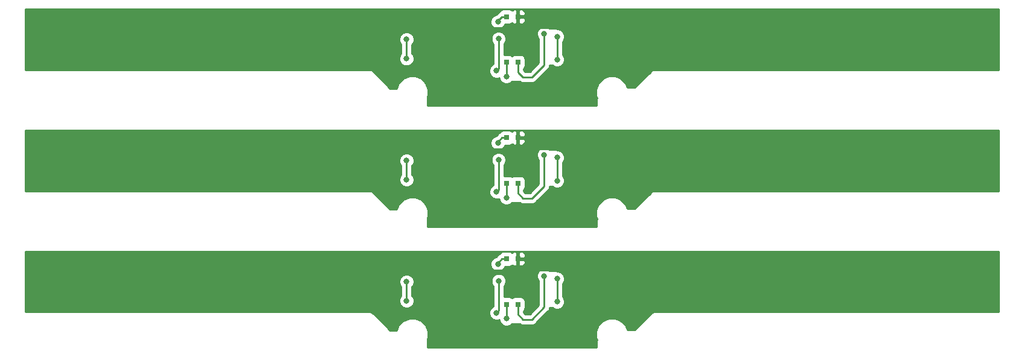
<source format=gtl>
G04 #@! TF.GenerationSoftware,KiCad,Pcbnew,(5.0.0)*
G04 #@! TF.CreationDate,2020-02-01T14:37:15+09:00*
G04 #@! TF.ProjectId,m file,6D2066696C652E6B696361645F706362,rev?*
G04 #@! TF.SameCoordinates,Original*
G04 #@! TF.FileFunction,Copper,L1,Top,Signal*
G04 #@! TF.FilePolarity,Positive*
%FSLAX46Y46*%
G04 Gerber Fmt 4.6, Leading zero omitted, Abs format (unit mm)*
G04 Created by KiCad (PCBNEW (5.0.0)) date 02/01/20 14:37:15*
%MOMM*%
%LPD*%
G01*
G04 APERTURE LIST*
G04 #@! TA.AperFunction,SMDPad,CuDef*
%ADD10R,0.800000X0.800000*%
G04 #@! TD*
G04 #@! TA.AperFunction,ViaPad*
%ADD11C,0.800000*%
G04 #@! TD*
G04 #@! TA.AperFunction,Conductor*
%ADD12C,0.250000*%
G04 #@! TD*
G04 #@! TA.AperFunction,NonConductor*
%ADD13C,0.254000*%
G04 #@! TD*
G04 APERTURE END LIST*
D10*
G04 #@! TO.P,D2,2*
G04 #@! TO.N,N/C*
X151800000Y-122200000D03*
G04 #@! TO.P,D2,1*
X150200000Y-122200000D03*
G04 #@! TD*
G04 #@! TO.P,D1,1*
G04 #@! TO.N,N/C*
X151800000Y-115800000D03*
G04 #@! TO.P,D1,2*
X150200000Y-115800000D03*
G04 #@! TD*
G04 #@! TO.P,D2,2*
G04 #@! TO.N,N/C*
X151800000Y-105200000D03*
G04 #@! TO.P,D2,1*
X150200000Y-105200000D03*
G04 #@! TD*
G04 #@! TO.P,D1,1*
G04 #@! TO.N,N/C*
X151800000Y-98800000D03*
G04 #@! TO.P,D1,2*
X150200000Y-98800000D03*
G04 #@! TD*
G04 #@! TO.P,D2,2*
G04 #@! TO.N,N/C*
X151800000Y-88200000D03*
G04 #@! TO.P,D2,1*
X150200000Y-88200000D03*
G04 #@! TD*
G04 #@! TO.P,D1,1*
G04 #@! TO.N,N/C*
X151800000Y-81800000D03*
G04 #@! TO.P,D1,2*
X150200000Y-81800000D03*
G04 #@! TD*
D11*
G04 #@! TO.N,*
X149100000Y-84900000D03*
X148800000Y-89400008D03*
X124200000Y-83500000D03*
X111800000Y-84700000D03*
X158900000Y-84600000D03*
X189900000Y-84600000D03*
X177800000Y-83400000D03*
X216100000Y-84900000D03*
X152899998Y-84900000D03*
X207100000Y-83400000D03*
X211800000Y-83400000D03*
X166600000Y-85200000D03*
X134600000Y-83400000D03*
X162800000Y-83400000D03*
X85900000Y-85000000D03*
X189900000Y-88500000D03*
X146000000Y-83400000D03*
X160900000Y-90900000D03*
X154300000Y-88100000D03*
X139200000Y-83400000D03*
X90200000Y-83500000D03*
X142100000Y-91000000D03*
X151800000Y-83200000D03*
X111800000Y-88600000D03*
X149000000Y-82525010D03*
X136200000Y-85000000D03*
X136200000Y-87700000D03*
X157300000Y-84600000D03*
X157300000Y-87825010D03*
X150200000Y-90200000D03*
X155500000Y-84200000D03*
X149100000Y-101900000D03*
X148800000Y-106400008D03*
X124200000Y-100500000D03*
X111800000Y-101700000D03*
X158900000Y-101600000D03*
X189900000Y-101600000D03*
X177800000Y-100400000D03*
X216100000Y-101900000D03*
X152899998Y-101900000D03*
X207100000Y-100400000D03*
X211800000Y-100400000D03*
X166600000Y-102200000D03*
X134600000Y-100400000D03*
X162800000Y-100400000D03*
X85900000Y-102000000D03*
X189900000Y-105500000D03*
X146000000Y-100400000D03*
X160900000Y-107900000D03*
X154300000Y-105100000D03*
X139200000Y-100400000D03*
X90200000Y-100500000D03*
X142100000Y-108000000D03*
X151800000Y-100200000D03*
X111800000Y-105600000D03*
X149000000Y-99525010D03*
X136200000Y-102000000D03*
X136200000Y-104700000D03*
X157300000Y-101600000D03*
X157300000Y-104825010D03*
X150200000Y-107200000D03*
X155500000Y-101200000D03*
X149100000Y-118900000D03*
X148800000Y-123400008D03*
X124200000Y-117500000D03*
X111800000Y-118700000D03*
X158900000Y-118600000D03*
X189900000Y-118600000D03*
X177800000Y-117400000D03*
X216100000Y-118900000D03*
X152899998Y-118900000D03*
X207100000Y-117400000D03*
X211800000Y-117400000D03*
X166600000Y-119200000D03*
X134600000Y-117400000D03*
X162800000Y-117400000D03*
X85900000Y-119000000D03*
X189900000Y-122500000D03*
X146000000Y-117400000D03*
X160900000Y-124900000D03*
X154300000Y-122100000D03*
X139200000Y-117400000D03*
X90200000Y-117500000D03*
X142100000Y-125000000D03*
X151800000Y-117200000D03*
X111800000Y-122600000D03*
X149000000Y-116525010D03*
X136200000Y-119000000D03*
X136200000Y-121700000D03*
X157300000Y-118600000D03*
X157300000Y-121825010D03*
X150200000Y-124200000D03*
X155500000Y-118200000D03*
G04 #@! TD*
D12*
G04 #@! TO.N,*
X149100000Y-84900000D02*
X149100000Y-89100008D01*
X149100000Y-89100008D02*
X148800000Y-89400008D01*
X162800000Y-83400000D02*
X177800000Y-83400000D01*
X153900001Y-87700001D02*
X154300000Y-88100000D01*
X152899998Y-86699998D02*
X153900001Y-87700001D01*
X146000000Y-83400000D02*
X139200000Y-83400000D01*
X151800000Y-83400000D02*
X146000000Y-83400000D01*
X152899998Y-84900000D02*
X152899998Y-86699998D01*
X177800000Y-83400000D02*
X207100000Y-83400000D01*
X154399998Y-83400000D02*
X162800000Y-83400000D01*
X139200000Y-83400000D02*
X134600000Y-83400000D01*
X152899998Y-84900000D02*
X152899998Y-83400000D01*
X151800000Y-82450000D02*
X151800000Y-83200000D01*
X151800000Y-81800000D02*
X151800000Y-82450000D01*
X152899998Y-83400000D02*
X154399998Y-83400000D01*
X154399998Y-83400000D02*
X151800000Y-83400000D01*
X151800000Y-83200000D02*
X151800000Y-83400000D01*
X134600000Y-83400000D02*
X124300000Y-83400000D01*
X124300000Y-83400000D02*
X124200000Y-83500000D01*
X207100000Y-83400000D02*
X211800000Y-83400000D01*
X124200000Y-83500000D02*
X90200000Y-83500000D01*
X149550000Y-81800000D02*
X149000000Y-82350000D01*
X150200000Y-81800000D02*
X149550000Y-81800000D01*
X149000000Y-82350000D02*
X149000000Y-82525010D01*
X157300000Y-84600000D02*
X157300000Y-87825010D01*
X136200000Y-87700000D02*
X136200000Y-85000000D01*
X150200000Y-88200000D02*
X150200000Y-90200000D01*
X153800000Y-90300000D02*
X155500000Y-88600000D01*
X151800000Y-88200000D02*
X151800000Y-89600000D01*
X153600000Y-90300000D02*
X153800000Y-90300000D01*
X155500000Y-88600000D02*
X155500000Y-84200000D01*
X151800000Y-89600000D02*
X152500000Y-90300000D01*
X152500000Y-90300000D02*
X153600000Y-90300000D01*
X149100000Y-101900000D02*
X149100000Y-106100008D01*
X149100000Y-106100008D02*
X148800000Y-106400008D01*
X162800000Y-100400000D02*
X177800000Y-100400000D01*
X153900001Y-104700001D02*
X154300000Y-105100000D01*
X152899998Y-103699998D02*
X153900001Y-104700001D01*
X146000000Y-100400000D02*
X139200000Y-100400000D01*
X151800000Y-100400000D02*
X146000000Y-100400000D01*
X152899998Y-101900000D02*
X152899998Y-103699998D01*
X177800000Y-100400000D02*
X207100000Y-100400000D01*
X154399998Y-100400000D02*
X162800000Y-100400000D01*
X139200000Y-100400000D02*
X134600000Y-100400000D01*
X152899998Y-101900000D02*
X152899998Y-100400000D01*
X151800000Y-99450000D02*
X151800000Y-100200000D01*
X151800000Y-98800000D02*
X151800000Y-99450000D01*
X152899998Y-100400000D02*
X154399998Y-100400000D01*
X154399998Y-100400000D02*
X151800000Y-100400000D01*
X151800000Y-100200000D02*
X151800000Y-100400000D01*
X134600000Y-100400000D02*
X124300000Y-100400000D01*
X124300000Y-100400000D02*
X124200000Y-100500000D01*
X207100000Y-100400000D02*
X211800000Y-100400000D01*
X124200000Y-100500000D02*
X90200000Y-100500000D01*
X149550000Y-98800000D02*
X149000000Y-99350000D01*
X150200000Y-98800000D02*
X149550000Y-98800000D01*
X149000000Y-99350000D02*
X149000000Y-99525010D01*
X157300000Y-101600000D02*
X157300000Y-104825010D01*
X136200000Y-104700000D02*
X136200000Y-102000000D01*
X150200000Y-105200000D02*
X150200000Y-107200000D01*
X153800000Y-107300000D02*
X155500000Y-105600000D01*
X151800000Y-105200000D02*
X151800000Y-106600000D01*
X153600000Y-107300000D02*
X153800000Y-107300000D01*
X155500000Y-105600000D02*
X155500000Y-101200000D01*
X151800000Y-106600000D02*
X152500000Y-107300000D01*
X152500000Y-107300000D02*
X153600000Y-107300000D01*
X149100000Y-118900000D02*
X149100000Y-123100008D01*
X149100000Y-123100008D02*
X148800000Y-123400008D01*
X162800000Y-117400000D02*
X177800000Y-117400000D01*
X153900001Y-121700001D02*
X154300000Y-122100000D01*
X152899998Y-120699998D02*
X153900001Y-121700001D01*
X146000000Y-117400000D02*
X139200000Y-117400000D01*
X151800000Y-117400000D02*
X146000000Y-117400000D01*
X152899998Y-118900000D02*
X152899998Y-120699998D01*
X177800000Y-117400000D02*
X207100000Y-117400000D01*
X154399998Y-117400000D02*
X162800000Y-117400000D01*
X139200000Y-117400000D02*
X134600000Y-117400000D01*
X152899998Y-118900000D02*
X152899998Y-117400000D01*
X151800000Y-116450000D02*
X151800000Y-117200000D01*
X151800000Y-115800000D02*
X151800000Y-116450000D01*
X152899998Y-117400000D02*
X154399998Y-117400000D01*
X154399998Y-117400000D02*
X151800000Y-117400000D01*
X151800000Y-117200000D02*
X151800000Y-117400000D01*
X134600000Y-117400000D02*
X124300000Y-117400000D01*
X124300000Y-117400000D02*
X124200000Y-117500000D01*
X207100000Y-117400000D02*
X211800000Y-117400000D01*
X124200000Y-117500000D02*
X90200000Y-117500000D01*
X149550000Y-115800000D02*
X149000000Y-116350000D01*
X150200000Y-115800000D02*
X149550000Y-115800000D01*
X149000000Y-116350000D02*
X149000000Y-116525010D01*
X157300000Y-118600000D02*
X157300000Y-121825010D01*
X136200000Y-121700000D02*
X136200000Y-119000000D01*
X150200000Y-122200000D02*
X150200000Y-124200000D01*
X153800000Y-124300000D02*
X155500000Y-122600000D01*
X151800000Y-122200000D02*
X151800000Y-123600000D01*
X153600000Y-124300000D02*
X153800000Y-124300000D01*
X155500000Y-122600000D02*
X155500000Y-118200000D01*
X151800000Y-123600000D02*
X152500000Y-124300000D01*
X152500000Y-124300000D02*
X153600000Y-124300000D01*
G04 #@! TD*
D13*
G36*
X219265001Y-89265000D02*
X171072388Y-89265000D01*
X171000000Y-89250601D01*
X170927612Y-89265000D01*
X170713217Y-89307646D01*
X170470095Y-89470095D01*
X170429091Y-89531463D01*
X168185538Y-91775016D01*
X168175405Y-91773000D01*
X167159435Y-91773000D01*
X166894741Y-91133974D01*
X166266026Y-90505259D01*
X165444569Y-90165000D01*
X164555431Y-90165000D01*
X163733974Y-90505259D01*
X163105259Y-91133974D01*
X162765000Y-91955431D01*
X162765000Y-92844569D01*
X162778491Y-92877139D01*
X162778578Y-92888204D01*
X162898042Y-93228388D01*
X162882667Y-93251399D01*
X162873000Y-93300000D01*
X162873000Y-94265000D01*
X139127000Y-94265000D01*
X139127000Y-93324595D01*
X139117333Y-93275994D01*
X139112784Y-93269186D01*
X139133422Y-93230938D01*
X139172695Y-92994985D01*
X139235000Y-92844569D01*
X139235000Y-92620663D01*
X139255000Y-92500504D01*
X139254722Y-92465084D01*
X139235000Y-92357097D01*
X139235000Y-91955431D01*
X138894741Y-91133974D01*
X138266026Y-90505259D01*
X137444569Y-90165000D01*
X136555431Y-90165000D01*
X135733974Y-90505259D01*
X135105259Y-91133974D01*
X134799144Y-91873000D01*
X133912447Y-91873000D01*
X131570911Y-89531465D01*
X131529905Y-89470095D01*
X131286783Y-89307646D01*
X131072388Y-89265000D01*
X131072384Y-89265000D01*
X131000000Y-89250602D01*
X130927616Y-89265000D01*
X82735000Y-89265000D01*
X82735000Y-89194134D01*
X147765000Y-89194134D01*
X147765000Y-89605882D01*
X147922569Y-89986288D01*
X148213720Y-90277439D01*
X148594126Y-90435008D01*
X149005874Y-90435008D01*
X149165000Y-90369096D01*
X149165000Y-90405874D01*
X149322569Y-90786280D01*
X149613720Y-91077431D01*
X149994126Y-91235000D01*
X150405874Y-91235000D01*
X150786280Y-91077431D01*
X150948389Y-90915322D01*
X150951399Y-90917333D01*
X151000000Y-90927000D01*
X152070408Y-90927000D01*
X152140902Y-90974102D01*
X152203463Y-91015904D01*
X152425148Y-91060000D01*
X152425152Y-91060000D01*
X152499999Y-91074888D01*
X152574846Y-91060000D01*
X153725153Y-91060000D01*
X153800000Y-91074888D01*
X153874847Y-91060000D01*
X153874852Y-91060000D01*
X154096537Y-91015904D01*
X154347929Y-90847929D01*
X154390331Y-90784470D01*
X155984473Y-89190329D01*
X156047929Y-89147929D01*
X156215904Y-88896537D01*
X156260000Y-88674852D01*
X156260000Y-88674848D01*
X156269518Y-88627000D01*
X156638279Y-88627000D01*
X156713720Y-88702441D01*
X157094126Y-88860010D01*
X157505874Y-88860010D01*
X157886280Y-88702441D01*
X158177431Y-88411290D01*
X158335000Y-88030884D01*
X158335000Y-87619136D01*
X158177431Y-87238730D01*
X158060000Y-87121299D01*
X158060000Y-85303711D01*
X158177431Y-85186280D01*
X158335000Y-84805874D01*
X158335000Y-84394126D01*
X158177431Y-84013720D01*
X157886280Y-83722569D01*
X157505874Y-83565000D01*
X157320038Y-83565000D01*
X157317333Y-83551399D01*
X157289803Y-83510197D01*
X157248601Y-83482667D01*
X157200000Y-83473000D01*
X156236711Y-83473000D01*
X156086280Y-83322569D01*
X155705874Y-83165000D01*
X155294126Y-83165000D01*
X154913720Y-83322569D01*
X154622569Y-83613720D01*
X154465000Y-83994126D01*
X154465000Y-84405874D01*
X154622569Y-84786280D01*
X154740001Y-84903712D01*
X154740000Y-88285198D01*
X153485199Y-89540000D01*
X152814802Y-89540000D01*
X152560000Y-89285198D01*
X152560000Y-89123163D01*
X152657809Y-89057809D01*
X152798157Y-88847765D01*
X152847440Y-88600000D01*
X152847440Y-87800000D01*
X152798157Y-87552235D01*
X152657809Y-87342191D01*
X152447765Y-87201843D01*
X152200000Y-87152560D01*
X151400000Y-87152560D01*
X151152235Y-87201843D01*
X151000000Y-87303564D01*
X150847765Y-87201843D01*
X150600000Y-87152560D01*
X149860000Y-87152560D01*
X149860000Y-85603711D01*
X149977431Y-85486280D01*
X150135000Y-85105874D01*
X150135000Y-84694126D01*
X149977431Y-84313720D01*
X149686280Y-84022569D01*
X149305874Y-83865000D01*
X148894126Y-83865000D01*
X148513720Y-84022569D01*
X148222569Y-84313720D01*
X148065000Y-84694126D01*
X148065000Y-85105874D01*
X148222569Y-85486280D01*
X148340000Y-85603711D01*
X148340001Y-88470270D01*
X148213720Y-88522577D01*
X147922569Y-88813728D01*
X147765000Y-89194134D01*
X82735000Y-89194134D01*
X82735000Y-84794126D01*
X135165000Y-84794126D01*
X135165000Y-85205874D01*
X135322569Y-85586280D01*
X135440001Y-85703712D01*
X135440000Y-86996289D01*
X135322569Y-87113720D01*
X135165000Y-87494126D01*
X135165000Y-87905874D01*
X135322569Y-88286280D01*
X135613720Y-88577431D01*
X135994126Y-88735000D01*
X136405874Y-88735000D01*
X136786280Y-88577431D01*
X137077431Y-88286280D01*
X137235000Y-87905874D01*
X137235000Y-87494126D01*
X137077431Y-87113720D01*
X136960000Y-86996289D01*
X136960000Y-85703711D01*
X137077431Y-85586280D01*
X137235000Y-85205874D01*
X137235000Y-84794126D01*
X137077431Y-84413720D01*
X136786280Y-84122569D01*
X136405874Y-83965000D01*
X135994126Y-83965000D01*
X135613720Y-84122569D01*
X135322569Y-84413720D01*
X135165000Y-84794126D01*
X82735000Y-84794126D01*
X82735000Y-82319136D01*
X147965000Y-82319136D01*
X147965000Y-82730884D01*
X148122569Y-83111290D01*
X148413720Y-83402441D01*
X148794126Y-83560010D01*
X149205874Y-83560010D01*
X149586280Y-83402441D01*
X149877431Y-83111290D01*
X149986721Y-82847440D01*
X150600000Y-82847440D01*
X150847765Y-82798157D01*
X150999047Y-82697073D01*
X151040302Y-82738327D01*
X151273691Y-82835000D01*
X151514250Y-82835000D01*
X151673000Y-82676250D01*
X151673000Y-81927000D01*
X151927000Y-81927000D01*
X151927000Y-82676250D01*
X152085750Y-82835000D01*
X152326309Y-82835000D01*
X152559698Y-82738327D01*
X152738327Y-82559699D01*
X152835000Y-82326310D01*
X152835000Y-82085750D01*
X152676250Y-81927000D01*
X151927000Y-81927000D01*
X151673000Y-81927000D01*
X151653000Y-81927000D01*
X151653000Y-81673000D01*
X151673000Y-81673000D01*
X151673000Y-80923750D01*
X151927000Y-80923750D01*
X151927000Y-81673000D01*
X152676250Y-81673000D01*
X152835000Y-81514250D01*
X152835000Y-81273690D01*
X152738327Y-81040301D01*
X152559698Y-80861673D01*
X152326309Y-80765000D01*
X152085750Y-80765000D01*
X151927000Y-80923750D01*
X151673000Y-80923750D01*
X151514250Y-80765000D01*
X151273691Y-80765000D01*
X151040302Y-80861673D01*
X150999047Y-80902927D01*
X150847765Y-80801843D01*
X150600000Y-80752560D01*
X149800000Y-80752560D01*
X149552235Y-80801843D01*
X149342191Y-80942191D01*
X149242459Y-81091449D01*
X149065526Y-81209671D01*
X149065524Y-81209673D01*
X149002071Y-81252071D01*
X148959672Y-81315525D01*
X148778868Y-81496330D01*
X148413720Y-81647579D01*
X148122569Y-81938730D01*
X147965000Y-82319136D01*
X82735000Y-82319136D01*
X82735000Y-80735000D01*
X219265000Y-80735000D01*
X219265001Y-89265000D01*
X219265001Y-89265000D01*
G37*
X219265001Y-89265000D02*
X171072388Y-89265000D01*
X171000000Y-89250601D01*
X170927612Y-89265000D01*
X170713217Y-89307646D01*
X170470095Y-89470095D01*
X170429091Y-89531463D01*
X168185538Y-91775016D01*
X168175405Y-91773000D01*
X167159435Y-91773000D01*
X166894741Y-91133974D01*
X166266026Y-90505259D01*
X165444569Y-90165000D01*
X164555431Y-90165000D01*
X163733974Y-90505259D01*
X163105259Y-91133974D01*
X162765000Y-91955431D01*
X162765000Y-92844569D01*
X162778491Y-92877139D01*
X162778578Y-92888204D01*
X162898042Y-93228388D01*
X162882667Y-93251399D01*
X162873000Y-93300000D01*
X162873000Y-94265000D01*
X139127000Y-94265000D01*
X139127000Y-93324595D01*
X139117333Y-93275994D01*
X139112784Y-93269186D01*
X139133422Y-93230938D01*
X139172695Y-92994985D01*
X139235000Y-92844569D01*
X139235000Y-92620663D01*
X139255000Y-92500504D01*
X139254722Y-92465084D01*
X139235000Y-92357097D01*
X139235000Y-91955431D01*
X138894741Y-91133974D01*
X138266026Y-90505259D01*
X137444569Y-90165000D01*
X136555431Y-90165000D01*
X135733974Y-90505259D01*
X135105259Y-91133974D01*
X134799144Y-91873000D01*
X133912447Y-91873000D01*
X131570911Y-89531465D01*
X131529905Y-89470095D01*
X131286783Y-89307646D01*
X131072388Y-89265000D01*
X131072384Y-89265000D01*
X131000000Y-89250602D01*
X130927616Y-89265000D01*
X82735000Y-89265000D01*
X82735000Y-89194134D01*
X147765000Y-89194134D01*
X147765000Y-89605882D01*
X147922569Y-89986288D01*
X148213720Y-90277439D01*
X148594126Y-90435008D01*
X149005874Y-90435008D01*
X149165000Y-90369096D01*
X149165000Y-90405874D01*
X149322569Y-90786280D01*
X149613720Y-91077431D01*
X149994126Y-91235000D01*
X150405874Y-91235000D01*
X150786280Y-91077431D01*
X150948389Y-90915322D01*
X150951399Y-90917333D01*
X151000000Y-90927000D01*
X152070408Y-90927000D01*
X152140902Y-90974102D01*
X152203463Y-91015904D01*
X152425148Y-91060000D01*
X152425152Y-91060000D01*
X152499999Y-91074888D01*
X152574846Y-91060000D01*
X153725153Y-91060000D01*
X153800000Y-91074888D01*
X153874847Y-91060000D01*
X153874852Y-91060000D01*
X154096537Y-91015904D01*
X154347929Y-90847929D01*
X154390331Y-90784470D01*
X155984473Y-89190329D01*
X156047929Y-89147929D01*
X156215904Y-88896537D01*
X156260000Y-88674852D01*
X156260000Y-88674848D01*
X156269518Y-88627000D01*
X156638279Y-88627000D01*
X156713720Y-88702441D01*
X157094126Y-88860010D01*
X157505874Y-88860010D01*
X157886280Y-88702441D01*
X158177431Y-88411290D01*
X158335000Y-88030884D01*
X158335000Y-87619136D01*
X158177431Y-87238730D01*
X158060000Y-87121299D01*
X158060000Y-85303711D01*
X158177431Y-85186280D01*
X158335000Y-84805874D01*
X158335000Y-84394126D01*
X158177431Y-84013720D01*
X157886280Y-83722569D01*
X157505874Y-83565000D01*
X157320038Y-83565000D01*
X157317333Y-83551399D01*
X157289803Y-83510197D01*
X157248601Y-83482667D01*
X157200000Y-83473000D01*
X156236711Y-83473000D01*
X156086280Y-83322569D01*
X155705874Y-83165000D01*
X155294126Y-83165000D01*
X154913720Y-83322569D01*
X154622569Y-83613720D01*
X154465000Y-83994126D01*
X154465000Y-84405874D01*
X154622569Y-84786280D01*
X154740001Y-84903712D01*
X154740000Y-88285198D01*
X153485199Y-89540000D01*
X152814802Y-89540000D01*
X152560000Y-89285198D01*
X152560000Y-89123163D01*
X152657809Y-89057809D01*
X152798157Y-88847765D01*
X152847440Y-88600000D01*
X152847440Y-87800000D01*
X152798157Y-87552235D01*
X152657809Y-87342191D01*
X152447765Y-87201843D01*
X152200000Y-87152560D01*
X151400000Y-87152560D01*
X151152235Y-87201843D01*
X151000000Y-87303564D01*
X150847765Y-87201843D01*
X150600000Y-87152560D01*
X149860000Y-87152560D01*
X149860000Y-85603711D01*
X149977431Y-85486280D01*
X150135000Y-85105874D01*
X150135000Y-84694126D01*
X149977431Y-84313720D01*
X149686280Y-84022569D01*
X149305874Y-83865000D01*
X148894126Y-83865000D01*
X148513720Y-84022569D01*
X148222569Y-84313720D01*
X148065000Y-84694126D01*
X148065000Y-85105874D01*
X148222569Y-85486280D01*
X148340000Y-85603711D01*
X148340001Y-88470270D01*
X148213720Y-88522577D01*
X147922569Y-88813728D01*
X147765000Y-89194134D01*
X82735000Y-89194134D01*
X82735000Y-84794126D01*
X135165000Y-84794126D01*
X135165000Y-85205874D01*
X135322569Y-85586280D01*
X135440001Y-85703712D01*
X135440000Y-86996289D01*
X135322569Y-87113720D01*
X135165000Y-87494126D01*
X135165000Y-87905874D01*
X135322569Y-88286280D01*
X135613720Y-88577431D01*
X135994126Y-88735000D01*
X136405874Y-88735000D01*
X136786280Y-88577431D01*
X137077431Y-88286280D01*
X137235000Y-87905874D01*
X137235000Y-87494126D01*
X137077431Y-87113720D01*
X136960000Y-86996289D01*
X136960000Y-85703711D01*
X137077431Y-85586280D01*
X137235000Y-85205874D01*
X137235000Y-84794126D01*
X137077431Y-84413720D01*
X136786280Y-84122569D01*
X136405874Y-83965000D01*
X135994126Y-83965000D01*
X135613720Y-84122569D01*
X135322569Y-84413720D01*
X135165000Y-84794126D01*
X82735000Y-84794126D01*
X82735000Y-82319136D01*
X147965000Y-82319136D01*
X147965000Y-82730884D01*
X148122569Y-83111290D01*
X148413720Y-83402441D01*
X148794126Y-83560010D01*
X149205874Y-83560010D01*
X149586280Y-83402441D01*
X149877431Y-83111290D01*
X149986721Y-82847440D01*
X150600000Y-82847440D01*
X150847765Y-82798157D01*
X150999047Y-82697073D01*
X151040302Y-82738327D01*
X151273691Y-82835000D01*
X151514250Y-82835000D01*
X151673000Y-82676250D01*
X151673000Y-81927000D01*
X151927000Y-81927000D01*
X151927000Y-82676250D01*
X152085750Y-82835000D01*
X152326309Y-82835000D01*
X152559698Y-82738327D01*
X152738327Y-82559699D01*
X152835000Y-82326310D01*
X152835000Y-82085750D01*
X152676250Y-81927000D01*
X151927000Y-81927000D01*
X151673000Y-81927000D01*
X151653000Y-81927000D01*
X151653000Y-81673000D01*
X151673000Y-81673000D01*
X151673000Y-80923750D01*
X151927000Y-80923750D01*
X151927000Y-81673000D01*
X152676250Y-81673000D01*
X152835000Y-81514250D01*
X152835000Y-81273690D01*
X152738327Y-81040301D01*
X152559698Y-80861673D01*
X152326309Y-80765000D01*
X152085750Y-80765000D01*
X151927000Y-80923750D01*
X151673000Y-80923750D01*
X151514250Y-80765000D01*
X151273691Y-80765000D01*
X151040302Y-80861673D01*
X150999047Y-80902927D01*
X150847765Y-80801843D01*
X150600000Y-80752560D01*
X149800000Y-80752560D01*
X149552235Y-80801843D01*
X149342191Y-80942191D01*
X149242459Y-81091449D01*
X149065526Y-81209671D01*
X149065524Y-81209673D01*
X149002071Y-81252071D01*
X148959672Y-81315525D01*
X148778868Y-81496330D01*
X148413720Y-81647579D01*
X148122569Y-81938730D01*
X147965000Y-82319136D01*
X82735000Y-82319136D01*
X82735000Y-80735000D01*
X219265000Y-80735000D01*
X219265001Y-89265000D01*
G36*
X219265001Y-106265000D02*
X171072388Y-106265000D01*
X171000000Y-106250601D01*
X170927612Y-106265000D01*
X170713217Y-106307646D01*
X170470095Y-106470095D01*
X170429091Y-106531463D01*
X168185538Y-108775016D01*
X168175405Y-108773000D01*
X167159435Y-108773000D01*
X166894741Y-108133974D01*
X166266026Y-107505259D01*
X165444569Y-107165000D01*
X164555431Y-107165000D01*
X163733974Y-107505259D01*
X163105259Y-108133974D01*
X162765000Y-108955431D01*
X162765000Y-109844569D01*
X162778491Y-109877139D01*
X162778578Y-109888204D01*
X162898042Y-110228388D01*
X162882667Y-110251399D01*
X162873000Y-110300000D01*
X162873000Y-111265000D01*
X139127000Y-111265000D01*
X139127000Y-110324595D01*
X139117333Y-110275994D01*
X139112784Y-110269186D01*
X139133422Y-110230938D01*
X139172695Y-109994985D01*
X139235000Y-109844569D01*
X139235000Y-109620663D01*
X139255000Y-109500504D01*
X139254722Y-109465084D01*
X139235000Y-109357097D01*
X139235000Y-108955431D01*
X138894741Y-108133974D01*
X138266026Y-107505259D01*
X137444569Y-107165000D01*
X136555431Y-107165000D01*
X135733974Y-107505259D01*
X135105259Y-108133974D01*
X134799144Y-108873000D01*
X133912447Y-108873000D01*
X131570911Y-106531465D01*
X131529905Y-106470095D01*
X131286783Y-106307646D01*
X131072388Y-106265000D01*
X131072384Y-106265000D01*
X131000000Y-106250602D01*
X130927616Y-106265000D01*
X82735000Y-106265000D01*
X82735000Y-106194134D01*
X147765000Y-106194134D01*
X147765000Y-106605882D01*
X147922569Y-106986288D01*
X148213720Y-107277439D01*
X148594126Y-107435008D01*
X149005874Y-107435008D01*
X149165000Y-107369096D01*
X149165000Y-107405874D01*
X149322569Y-107786280D01*
X149613720Y-108077431D01*
X149994126Y-108235000D01*
X150405874Y-108235000D01*
X150786280Y-108077431D01*
X150948389Y-107915322D01*
X150951399Y-107917333D01*
X151000000Y-107927000D01*
X152070408Y-107927000D01*
X152140902Y-107974102D01*
X152203463Y-108015904D01*
X152425148Y-108060000D01*
X152425152Y-108060000D01*
X152499999Y-108074888D01*
X152574846Y-108060000D01*
X153725153Y-108060000D01*
X153800000Y-108074888D01*
X153874847Y-108060000D01*
X153874852Y-108060000D01*
X154096537Y-108015904D01*
X154347929Y-107847929D01*
X154390331Y-107784470D01*
X155984473Y-106190329D01*
X156047929Y-106147929D01*
X156215904Y-105896537D01*
X156260000Y-105674852D01*
X156260000Y-105674848D01*
X156269518Y-105627000D01*
X156638279Y-105627000D01*
X156713720Y-105702441D01*
X157094126Y-105860010D01*
X157505874Y-105860010D01*
X157886280Y-105702441D01*
X158177431Y-105411290D01*
X158335000Y-105030884D01*
X158335000Y-104619136D01*
X158177431Y-104238730D01*
X158060000Y-104121299D01*
X158060000Y-102303711D01*
X158177431Y-102186280D01*
X158335000Y-101805874D01*
X158335000Y-101394126D01*
X158177431Y-101013720D01*
X157886280Y-100722569D01*
X157505874Y-100565000D01*
X157320038Y-100565000D01*
X157317333Y-100551399D01*
X157289803Y-100510197D01*
X157248601Y-100482667D01*
X157200000Y-100473000D01*
X156236711Y-100473000D01*
X156086280Y-100322569D01*
X155705874Y-100165000D01*
X155294126Y-100165000D01*
X154913720Y-100322569D01*
X154622569Y-100613720D01*
X154465000Y-100994126D01*
X154465000Y-101405874D01*
X154622569Y-101786280D01*
X154740001Y-101903712D01*
X154740000Y-105285198D01*
X153485199Y-106540000D01*
X152814802Y-106540000D01*
X152560000Y-106285198D01*
X152560000Y-106123163D01*
X152657809Y-106057809D01*
X152798157Y-105847765D01*
X152847440Y-105600000D01*
X152847440Y-104800000D01*
X152798157Y-104552235D01*
X152657809Y-104342191D01*
X152447765Y-104201843D01*
X152200000Y-104152560D01*
X151400000Y-104152560D01*
X151152235Y-104201843D01*
X151000000Y-104303564D01*
X150847765Y-104201843D01*
X150600000Y-104152560D01*
X149860000Y-104152560D01*
X149860000Y-102603711D01*
X149977431Y-102486280D01*
X150135000Y-102105874D01*
X150135000Y-101694126D01*
X149977431Y-101313720D01*
X149686280Y-101022569D01*
X149305874Y-100865000D01*
X148894126Y-100865000D01*
X148513720Y-101022569D01*
X148222569Y-101313720D01*
X148065000Y-101694126D01*
X148065000Y-102105874D01*
X148222569Y-102486280D01*
X148340000Y-102603711D01*
X148340001Y-105470270D01*
X148213720Y-105522577D01*
X147922569Y-105813728D01*
X147765000Y-106194134D01*
X82735000Y-106194134D01*
X82735000Y-101794126D01*
X135165000Y-101794126D01*
X135165000Y-102205874D01*
X135322569Y-102586280D01*
X135440001Y-102703712D01*
X135440000Y-103996289D01*
X135322569Y-104113720D01*
X135165000Y-104494126D01*
X135165000Y-104905874D01*
X135322569Y-105286280D01*
X135613720Y-105577431D01*
X135994126Y-105735000D01*
X136405874Y-105735000D01*
X136786280Y-105577431D01*
X137077431Y-105286280D01*
X137235000Y-104905874D01*
X137235000Y-104494126D01*
X137077431Y-104113720D01*
X136960000Y-103996289D01*
X136960000Y-102703711D01*
X137077431Y-102586280D01*
X137235000Y-102205874D01*
X137235000Y-101794126D01*
X137077431Y-101413720D01*
X136786280Y-101122569D01*
X136405874Y-100965000D01*
X135994126Y-100965000D01*
X135613720Y-101122569D01*
X135322569Y-101413720D01*
X135165000Y-101794126D01*
X82735000Y-101794126D01*
X82735000Y-99319136D01*
X147965000Y-99319136D01*
X147965000Y-99730884D01*
X148122569Y-100111290D01*
X148413720Y-100402441D01*
X148794126Y-100560010D01*
X149205874Y-100560010D01*
X149586280Y-100402441D01*
X149877431Y-100111290D01*
X149986721Y-99847440D01*
X150600000Y-99847440D01*
X150847765Y-99798157D01*
X150999047Y-99697073D01*
X151040302Y-99738327D01*
X151273691Y-99835000D01*
X151514250Y-99835000D01*
X151673000Y-99676250D01*
X151673000Y-98927000D01*
X151927000Y-98927000D01*
X151927000Y-99676250D01*
X152085750Y-99835000D01*
X152326309Y-99835000D01*
X152559698Y-99738327D01*
X152738327Y-99559699D01*
X152835000Y-99326310D01*
X152835000Y-99085750D01*
X152676250Y-98927000D01*
X151927000Y-98927000D01*
X151673000Y-98927000D01*
X151653000Y-98927000D01*
X151653000Y-98673000D01*
X151673000Y-98673000D01*
X151673000Y-97923750D01*
X151927000Y-97923750D01*
X151927000Y-98673000D01*
X152676250Y-98673000D01*
X152835000Y-98514250D01*
X152835000Y-98273690D01*
X152738327Y-98040301D01*
X152559698Y-97861673D01*
X152326309Y-97765000D01*
X152085750Y-97765000D01*
X151927000Y-97923750D01*
X151673000Y-97923750D01*
X151514250Y-97765000D01*
X151273691Y-97765000D01*
X151040302Y-97861673D01*
X150999047Y-97902927D01*
X150847765Y-97801843D01*
X150600000Y-97752560D01*
X149800000Y-97752560D01*
X149552235Y-97801843D01*
X149342191Y-97942191D01*
X149242459Y-98091449D01*
X149065526Y-98209671D01*
X149065524Y-98209673D01*
X149002071Y-98252071D01*
X148959672Y-98315525D01*
X148778868Y-98496330D01*
X148413720Y-98647579D01*
X148122569Y-98938730D01*
X147965000Y-99319136D01*
X82735000Y-99319136D01*
X82735000Y-97735000D01*
X219265000Y-97735000D01*
X219265001Y-106265000D01*
X219265001Y-106265000D01*
G37*
X219265001Y-106265000D02*
X171072388Y-106265000D01*
X171000000Y-106250601D01*
X170927612Y-106265000D01*
X170713217Y-106307646D01*
X170470095Y-106470095D01*
X170429091Y-106531463D01*
X168185538Y-108775016D01*
X168175405Y-108773000D01*
X167159435Y-108773000D01*
X166894741Y-108133974D01*
X166266026Y-107505259D01*
X165444569Y-107165000D01*
X164555431Y-107165000D01*
X163733974Y-107505259D01*
X163105259Y-108133974D01*
X162765000Y-108955431D01*
X162765000Y-109844569D01*
X162778491Y-109877139D01*
X162778578Y-109888204D01*
X162898042Y-110228388D01*
X162882667Y-110251399D01*
X162873000Y-110300000D01*
X162873000Y-111265000D01*
X139127000Y-111265000D01*
X139127000Y-110324595D01*
X139117333Y-110275994D01*
X139112784Y-110269186D01*
X139133422Y-110230938D01*
X139172695Y-109994985D01*
X139235000Y-109844569D01*
X139235000Y-109620663D01*
X139255000Y-109500504D01*
X139254722Y-109465084D01*
X139235000Y-109357097D01*
X139235000Y-108955431D01*
X138894741Y-108133974D01*
X138266026Y-107505259D01*
X137444569Y-107165000D01*
X136555431Y-107165000D01*
X135733974Y-107505259D01*
X135105259Y-108133974D01*
X134799144Y-108873000D01*
X133912447Y-108873000D01*
X131570911Y-106531465D01*
X131529905Y-106470095D01*
X131286783Y-106307646D01*
X131072388Y-106265000D01*
X131072384Y-106265000D01*
X131000000Y-106250602D01*
X130927616Y-106265000D01*
X82735000Y-106265000D01*
X82735000Y-106194134D01*
X147765000Y-106194134D01*
X147765000Y-106605882D01*
X147922569Y-106986288D01*
X148213720Y-107277439D01*
X148594126Y-107435008D01*
X149005874Y-107435008D01*
X149165000Y-107369096D01*
X149165000Y-107405874D01*
X149322569Y-107786280D01*
X149613720Y-108077431D01*
X149994126Y-108235000D01*
X150405874Y-108235000D01*
X150786280Y-108077431D01*
X150948389Y-107915322D01*
X150951399Y-107917333D01*
X151000000Y-107927000D01*
X152070408Y-107927000D01*
X152140902Y-107974102D01*
X152203463Y-108015904D01*
X152425148Y-108060000D01*
X152425152Y-108060000D01*
X152499999Y-108074888D01*
X152574846Y-108060000D01*
X153725153Y-108060000D01*
X153800000Y-108074888D01*
X153874847Y-108060000D01*
X153874852Y-108060000D01*
X154096537Y-108015904D01*
X154347929Y-107847929D01*
X154390331Y-107784470D01*
X155984473Y-106190329D01*
X156047929Y-106147929D01*
X156215904Y-105896537D01*
X156260000Y-105674852D01*
X156260000Y-105674848D01*
X156269518Y-105627000D01*
X156638279Y-105627000D01*
X156713720Y-105702441D01*
X157094126Y-105860010D01*
X157505874Y-105860010D01*
X157886280Y-105702441D01*
X158177431Y-105411290D01*
X158335000Y-105030884D01*
X158335000Y-104619136D01*
X158177431Y-104238730D01*
X158060000Y-104121299D01*
X158060000Y-102303711D01*
X158177431Y-102186280D01*
X158335000Y-101805874D01*
X158335000Y-101394126D01*
X158177431Y-101013720D01*
X157886280Y-100722569D01*
X157505874Y-100565000D01*
X157320038Y-100565000D01*
X157317333Y-100551399D01*
X157289803Y-100510197D01*
X157248601Y-100482667D01*
X157200000Y-100473000D01*
X156236711Y-100473000D01*
X156086280Y-100322569D01*
X155705874Y-100165000D01*
X155294126Y-100165000D01*
X154913720Y-100322569D01*
X154622569Y-100613720D01*
X154465000Y-100994126D01*
X154465000Y-101405874D01*
X154622569Y-101786280D01*
X154740001Y-101903712D01*
X154740000Y-105285198D01*
X153485199Y-106540000D01*
X152814802Y-106540000D01*
X152560000Y-106285198D01*
X152560000Y-106123163D01*
X152657809Y-106057809D01*
X152798157Y-105847765D01*
X152847440Y-105600000D01*
X152847440Y-104800000D01*
X152798157Y-104552235D01*
X152657809Y-104342191D01*
X152447765Y-104201843D01*
X152200000Y-104152560D01*
X151400000Y-104152560D01*
X151152235Y-104201843D01*
X151000000Y-104303564D01*
X150847765Y-104201843D01*
X150600000Y-104152560D01*
X149860000Y-104152560D01*
X149860000Y-102603711D01*
X149977431Y-102486280D01*
X150135000Y-102105874D01*
X150135000Y-101694126D01*
X149977431Y-101313720D01*
X149686280Y-101022569D01*
X149305874Y-100865000D01*
X148894126Y-100865000D01*
X148513720Y-101022569D01*
X148222569Y-101313720D01*
X148065000Y-101694126D01*
X148065000Y-102105874D01*
X148222569Y-102486280D01*
X148340000Y-102603711D01*
X148340001Y-105470270D01*
X148213720Y-105522577D01*
X147922569Y-105813728D01*
X147765000Y-106194134D01*
X82735000Y-106194134D01*
X82735000Y-101794126D01*
X135165000Y-101794126D01*
X135165000Y-102205874D01*
X135322569Y-102586280D01*
X135440001Y-102703712D01*
X135440000Y-103996289D01*
X135322569Y-104113720D01*
X135165000Y-104494126D01*
X135165000Y-104905874D01*
X135322569Y-105286280D01*
X135613720Y-105577431D01*
X135994126Y-105735000D01*
X136405874Y-105735000D01*
X136786280Y-105577431D01*
X137077431Y-105286280D01*
X137235000Y-104905874D01*
X137235000Y-104494126D01*
X137077431Y-104113720D01*
X136960000Y-103996289D01*
X136960000Y-102703711D01*
X137077431Y-102586280D01*
X137235000Y-102205874D01*
X137235000Y-101794126D01*
X137077431Y-101413720D01*
X136786280Y-101122569D01*
X136405874Y-100965000D01*
X135994126Y-100965000D01*
X135613720Y-101122569D01*
X135322569Y-101413720D01*
X135165000Y-101794126D01*
X82735000Y-101794126D01*
X82735000Y-99319136D01*
X147965000Y-99319136D01*
X147965000Y-99730884D01*
X148122569Y-100111290D01*
X148413720Y-100402441D01*
X148794126Y-100560010D01*
X149205874Y-100560010D01*
X149586280Y-100402441D01*
X149877431Y-100111290D01*
X149986721Y-99847440D01*
X150600000Y-99847440D01*
X150847765Y-99798157D01*
X150999047Y-99697073D01*
X151040302Y-99738327D01*
X151273691Y-99835000D01*
X151514250Y-99835000D01*
X151673000Y-99676250D01*
X151673000Y-98927000D01*
X151927000Y-98927000D01*
X151927000Y-99676250D01*
X152085750Y-99835000D01*
X152326309Y-99835000D01*
X152559698Y-99738327D01*
X152738327Y-99559699D01*
X152835000Y-99326310D01*
X152835000Y-99085750D01*
X152676250Y-98927000D01*
X151927000Y-98927000D01*
X151673000Y-98927000D01*
X151653000Y-98927000D01*
X151653000Y-98673000D01*
X151673000Y-98673000D01*
X151673000Y-97923750D01*
X151927000Y-97923750D01*
X151927000Y-98673000D01*
X152676250Y-98673000D01*
X152835000Y-98514250D01*
X152835000Y-98273690D01*
X152738327Y-98040301D01*
X152559698Y-97861673D01*
X152326309Y-97765000D01*
X152085750Y-97765000D01*
X151927000Y-97923750D01*
X151673000Y-97923750D01*
X151514250Y-97765000D01*
X151273691Y-97765000D01*
X151040302Y-97861673D01*
X150999047Y-97902927D01*
X150847765Y-97801843D01*
X150600000Y-97752560D01*
X149800000Y-97752560D01*
X149552235Y-97801843D01*
X149342191Y-97942191D01*
X149242459Y-98091449D01*
X149065526Y-98209671D01*
X149065524Y-98209673D01*
X149002071Y-98252071D01*
X148959672Y-98315525D01*
X148778868Y-98496330D01*
X148413720Y-98647579D01*
X148122569Y-98938730D01*
X147965000Y-99319136D01*
X82735000Y-99319136D01*
X82735000Y-97735000D01*
X219265000Y-97735000D01*
X219265001Y-106265000D01*
G36*
X219265001Y-123265000D02*
X171072388Y-123265000D01*
X171000000Y-123250601D01*
X170927612Y-123265000D01*
X170713217Y-123307646D01*
X170470095Y-123470095D01*
X170429091Y-123531463D01*
X168185538Y-125775016D01*
X168175405Y-125773000D01*
X167159435Y-125773000D01*
X166894741Y-125133974D01*
X166266026Y-124505259D01*
X165444569Y-124165000D01*
X164555431Y-124165000D01*
X163733974Y-124505259D01*
X163105259Y-125133974D01*
X162765000Y-125955431D01*
X162765000Y-126844569D01*
X162778491Y-126877139D01*
X162778578Y-126888204D01*
X162898042Y-127228388D01*
X162882667Y-127251399D01*
X162873000Y-127300000D01*
X162873000Y-128265000D01*
X139127000Y-128265000D01*
X139127000Y-127324595D01*
X139117333Y-127275994D01*
X139112784Y-127269186D01*
X139133422Y-127230938D01*
X139172695Y-126994985D01*
X139235000Y-126844569D01*
X139235000Y-126620663D01*
X139255000Y-126500504D01*
X139254722Y-126465084D01*
X139235000Y-126357097D01*
X139235000Y-125955431D01*
X138894741Y-125133974D01*
X138266026Y-124505259D01*
X137444569Y-124165000D01*
X136555431Y-124165000D01*
X135733974Y-124505259D01*
X135105259Y-125133974D01*
X134799144Y-125873000D01*
X133912447Y-125873000D01*
X131570911Y-123531465D01*
X131529905Y-123470095D01*
X131286783Y-123307646D01*
X131072388Y-123265000D01*
X131072384Y-123265000D01*
X131000000Y-123250602D01*
X130927616Y-123265000D01*
X82735000Y-123265000D01*
X82735000Y-123194134D01*
X147765000Y-123194134D01*
X147765000Y-123605882D01*
X147922569Y-123986288D01*
X148213720Y-124277439D01*
X148594126Y-124435008D01*
X149005874Y-124435008D01*
X149165000Y-124369096D01*
X149165000Y-124405874D01*
X149322569Y-124786280D01*
X149613720Y-125077431D01*
X149994126Y-125235000D01*
X150405874Y-125235000D01*
X150786280Y-125077431D01*
X150948389Y-124915322D01*
X150951399Y-124917333D01*
X151000000Y-124927000D01*
X152070408Y-124927000D01*
X152140902Y-124974102D01*
X152203463Y-125015904D01*
X152425148Y-125060000D01*
X152425152Y-125060000D01*
X152499999Y-125074888D01*
X152574846Y-125060000D01*
X153725153Y-125060000D01*
X153800000Y-125074888D01*
X153874847Y-125060000D01*
X153874852Y-125060000D01*
X154096537Y-125015904D01*
X154347929Y-124847929D01*
X154390331Y-124784470D01*
X155984473Y-123190329D01*
X156047929Y-123147929D01*
X156215904Y-122896537D01*
X156260000Y-122674852D01*
X156260000Y-122674848D01*
X156269518Y-122627000D01*
X156638279Y-122627000D01*
X156713720Y-122702441D01*
X157094126Y-122860010D01*
X157505874Y-122860010D01*
X157886280Y-122702441D01*
X158177431Y-122411290D01*
X158335000Y-122030884D01*
X158335000Y-121619136D01*
X158177431Y-121238730D01*
X158060000Y-121121299D01*
X158060000Y-119303711D01*
X158177431Y-119186280D01*
X158335000Y-118805874D01*
X158335000Y-118394126D01*
X158177431Y-118013720D01*
X157886280Y-117722569D01*
X157505874Y-117565000D01*
X157320038Y-117565000D01*
X157317333Y-117551399D01*
X157289803Y-117510197D01*
X157248601Y-117482667D01*
X157200000Y-117473000D01*
X156236711Y-117473000D01*
X156086280Y-117322569D01*
X155705874Y-117165000D01*
X155294126Y-117165000D01*
X154913720Y-117322569D01*
X154622569Y-117613720D01*
X154465000Y-117994126D01*
X154465000Y-118405874D01*
X154622569Y-118786280D01*
X154740001Y-118903712D01*
X154740000Y-122285198D01*
X153485199Y-123540000D01*
X152814802Y-123540000D01*
X152560000Y-123285198D01*
X152560000Y-123123163D01*
X152657809Y-123057809D01*
X152798157Y-122847765D01*
X152847440Y-122600000D01*
X152847440Y-121800000D01*
X152798157Y-121552235D01*
X152657809Y-121342191D01*
X152447765Y-121201843D01*
X152200000Y-121152560D01*
X151400000Y-121152560D01*
X151152235Y-121201843D01*
X151000000Y-121303564D01*
X150847765Y-121201843D01*
X150600000Y-121152560D01*
X149860000Y-121152560D01*
X149860000Y-119603711D01*
X149977431Y-119486280D01*
X150135000Y-119105874D01*
X150135000Y-118694126D01*
X149977431Y-118313720D01*
X149686280Y-118022569D01*
X149305874Y-117865000D01*
X148894126Y-117865000D01*
X148513720Y-118022569D01*
X148222569Y-118313720D01*
X148065000Y-118694126D01*
X148065000Y-119105874D01*
X148222569Y-119486280D01*
X148340000Y-119603711D01*
X148340001Y-122470270D01*
X148213720Y-122522577D01*
X147922569Y-122813728D01*
X147765000Y-123194134D01*
X82735000Y-123194134D01*
X82735000Y-118794126D01*
X135165000Y-118794126D01*
X135165000Y-119205874D01*
X135322569Y-119586280D01*
X135440001Y-119703712D01*
X135440000Y-120996289D01*
X135322569Y-121113720D01*
X135165000Y-121494126D01*
X135165000Y-121905874D01*
X135322569Y-122286280D01*
X135613720Y-122577431D01*
X135994126Y-122735000D01*
X136405874Y-122735000D01*
X136786280Y-122577431D01*
X137077431Y-122286280D01*
X137235000Y-121905874D01*
X137235000Y-121494126D01*
X137077431Y-121113720D01*
X136960000Y-120996289D01*
X136960000Y-119703711D01*
X137077431Y-119586280D01*
X137235000Y-119205874D01*
X137235000Y-118794126D01*
X137077431Y-118413720D01*
X136786280Y-118122569D01*
X136405874Y-117965000D01*
X135994126Y-117965000D01*
X135613720Y-118122569D01*
X135322569Y-118413720D01*
X135165000Y-118794126D01*
X82735000Y-118794126D01*
X82735000Y-116319136D01*
X147965000Y-116319136D01*
X147965000Y-116730884D01*
X148122569Y-117111290D01*
X148413720Y-117402441D01*
X148794126Y-117560010D01*
X149205874Y-117560010D01*
X149586280Y-117402441D01*
X149877431Y-117111290D01*
X149986721Y-116847440D01*
X150600000Y-116847440D01*
X150847765Y-116798157D01*
X150999047Y-116697073D01*
X151040302Y-116738327D01*
X151273691Y-116835000D01*
X151514250Y-116835000D01*
X151673000Y-116676250D01*
X151673000Y-115927000D01*
X151927000Y-115927000D01*
X151927000Y-116676250D01*
X152085750Y-116835000D01*
X152326309Y-116835000D01*
X152559698Y-116738327D01*
X152738327Y-116559699D01*
X152835000Y-116326310D01*
X152835000Y-116085750D01*
X152676250Y-115927000D01*
X151927000Y-115927000D01*
X151673000Y-115927000D01*
X151653000Y-115927000D01*
X151653000Y-115673000D01*
X151673000Y-115673000D01*
X151673000Y-114923750D01*
X151927000Y-114923750D01*
X151927000Y-115673000D01*
X152676250Y-115673000D01*
X152835000Y-115514250D01*
X152835000Y-115273690D01*
X152738327Y-115040301D01*
X152559698Y-114861673D01*
X152326309Y-114765000D01*
X152085750Y-114765000D01*
X151927000Y-114923750D01*
X151673000Y-114923750D01*
X151514250Y-114765000D01*
X151273691Y-114765000D01*
X151040302Y-114861673D01*
X150999047Y-114902927D01*
X150847765Y-114801843D01*
X150600000Y-114752560D01*
X149800000Y-114752560D01*
X149552235Y-114801843D01*
X149342191Y-114942191D01*
X149242459Y-115091449D01*
X149065526Y-115209671D01*
X149065524Y-115209673D01*
X149002071Y-115252071D01*
X148959672Y-115315525D01*
X148778868Y-115496330D01*
X148413720Y-115647579D01*
X148122569Y-115938730D01*
X147965000Y-116319136D01*
X82735000Y-116319136D01*
X82735000Y-114735000D01*
X219265000Y-114735000D01*
X219265001Y-123265000D01*
X219265001Y-123265000D01*
G37*
X219265001Y-123265000D02*
X171072388Y-123265000D01*
X171000000Y-123250601D01*
X170927612Y-123265000D01*
X170713217Y-123307646D01*
X170470095Y-123470095D01*
X170429091Y-123531463D01*
X168185538Y-125775016D01*
X168175405Y-125773000D01*
X167159435Y-125773000D01*
X166894741Y-125133974D01*
X166266026Y-124505259D01*
X165444569Y-124165000D01*
X164555431Y-124165000D01*
X163733974Y-124505259D01*
X163105259Y-125133974D01*
X162765000Y-125955431D01*
X162765000Y-126844569D01*
X162778491Y-126877139D01*
X162778578Y-126888204D01*
X162898042Y-127228388D01*
X162882667Y-127251399D01*
X162873000Y-127300000D01*
X162873000Y-128265000D01*
X139127000Y-128265000D01*
X139127000Y-127324595D01*
X139117333Y-127275994D01*
X139112784Y-127269186D01*
X139133422Y-127230938D01*
X139172695Y-126994985D01*
X139235000Y-126844569D01*
X139235000Y-126620663D01*
X139255000Y-126500504D01*
X139254722Y-126465084D01*
X139235000Y-126357097D01*
X139235000Y-125955431D01*
X138894741Y-125133974D01*
X138266026Y-124505259D01*
X137444569Y-124165000D01*
X136555431Y-124165000D01*
X135733974Y-124505259D01*
X135105259Y-125133974D01*
X134799144Y-125873000D01*
X133912447Y-125873000D01*
X131570911Y-123531465D01*
X131529905Y-123470095D01*
X131286783Y-123307646D01*
X131072388Y-123265000D01*
X131072384Y-123265000D01*
X131000000Y-123250602D01*
X130927616Y-123265000D01*
X82735000Y-123265000D01*
X82735000Y-123194134D01*
X147765000Y-123194134D01*
X147765000Y-123605882D01*
X147922569Y-123986288D01*
X148213720Y-124277439D01*
X148594126Y-124435008D01*
X149005874Y-124435008D01*
X149165000Y-124369096D01*
X149165000Y-124405874D01*
X149322569Y-124786280D01*
X149613720Y-125077431D01*
X149994126Y-125235000D01*
X150405874Y-125235000D01*
X150786280Y-125077431D01*
X150948389Y-124915322D01*
X150951399Y-124917333D01*
X151000000Y-124927000D01*
X152070408Y-124927000D01*
X152140902Y-124974102D01*
X152203463Y-125015904D01*
X152425148Y-125060000D01*
X152425152Y-125060000D01*
X152499999Y-125074888D01*
X152574846Y-125060000D01*
X153725153Y-125060000D01*
X153800000Y-125074888D01*
X153874847Y-125060000D01*
X153874852Y-125060000D01*
X154096537Y-125015904D01*
X154347929Y-124847929D01*
X154390331Y-124784470D01*
X155984473Y-123190329D01*
X156047929Y-123147929D01*
X156215904Y-122896537D01*
X156260000Y-122674852D01*
X156260000Y-122674848D01*
X156269518Y-122627000D01*
X156638279Y-122627000D01*
X156713720Y-122702441D01*
X157094126Y-122860010D01*
X157505874Y-122860010D01*
X157886280Y-122702441D01*
X158177431Y-122411290D01*
X158335000Y-122030884D01*
X158335000Y-121619136D01*
X158177431Y-121238730D01*
X158060000Y-121121299D01*
X158060000Y-119303711D01*
X158177431Y-119186280D01*
X158335000Y-118805874D01*
X158335000Y-118394126D01*
X158177431Y-118013720D01*
X157886280Y-117722569D01*
X157505874Y-117565000D01*
X157320038Y-117565000D01*
X157317333Y-117551399D01*
X157289803Y-117510197D01*
X157248601Y-117482667D01*
X157200000Y-117473000D01*
X156236711Y-117473000D01*
X156086280Y-117322569D01*
X155705874Y-117165000D01*
X155294126Y-117165000D01*
X154913720Y-117322569D01*
X154622569Y-117613720D01*
X154465000Y-117994126D01*
X154465000Y-118405874D01*
X154622569Y-118786280D01*
X154740001Y-118903712D01*
X154740000Y-122285198D01*
X153485199Y-123540000D01*
X152814802Y-123540000D01*
X152560000Y-123285198D01*
X152560000Y-123123163D01*
X152657809Y-123057809D01*
X152798157Y-122847765D01*
X152847440Y-122600000D01*
X152847440Y-121800000D01*
X152798157Y-121552235D01*
X152657809Y-121342191D01*
X152447765Y-121201843D01*
X152200000Y-121152560D01*
X151400000Y-121152560D01*
X151152235Y-121201843D01*
X151000000Y-121303564D01*
X150847765Y-121201843D01*
X150600000Y-121152560D01*
X149860000Y-121152560D01*
X149860000Y-119603711D01*
X149977431Y-119486280D01*
X150135000Y-119105874D01*
X150135000Y-118694126D01*
X149977431Y-118313720D01*
X149686280Y-118022569D01*
X149305874Y-117865000D01*
X148894126Y-117865000D01*
X148513720Y-118022569D01*
X148222569Y-118313720D01*
X148065000Y-118694126D01*
X148065000Y-119105874D01*
X148222569Y-119486280D01*
X148340000Y-119603711D01*
X148340001Y-122470270D01*
X148213720Y-122522577D01*
X147922569Y-122813728D01*
X147765000Y-123194134D01*
X82735000Y-123194134D01*
X82735000Y-118794126D01*
X135165000Y-118794126D01*
X135165000Y-119205874D01*
X135322569Y-119586280D01*
X135440001Y-119703712D01*
X135440000Y-120996289D01*
X135322569Y-121113720D01*
X135165000Y-121494126D01*
X135165000Y-121905874D01*
X135322569Y-122286280D01*
X135613720Y-122577431D01*
X135994126Y-122735000D01*
X136405874Y-122735000D01*
X136786280Y-122577431D01*
X137077431Y-122286280D01*
X137235000Y-121905874D01*
X137235000Y-121494126D01*
X137077431Y-121113720D01*
X136960000Y-120996289D01*
X136960000Y-119703711D01*
X137077431Y-119586280D01*
X137235000Y-119205874D01*
X137235000Y-118794126D01*
X137077431Y-118413720D01*
X136786280Y-118122569D01*
X136405874Y-117965000D01*
X135994126Y-117965000D01*
X135613720Y-118122569D01*
X135322569Y-118413720D01*
X135165000Y-118794126D01*
X82735000Y-118794126D01*
X82735000Y-116319136D01*
X147965000Y-116319136D01*
X147965000Y-116730884D01*
X148122569Y-117111290D01*
X148413720Y-117402441D01*
X148794126Y-117560010D01*
X149205874Y-117560010D01*
X149586280Y-117402441D01*
X149877431Y-117111290D01*
X149986721Y-116847440D01*
X150600000Y-116847440D01*
X150847765Y-116798157D01*
X150999047Y-116697073D01*
X151040302Y-116738327D01*
X151273691Y-116835000D01*
X151514250Y-116835000D01*
X151673000Y-116676250D01*
X151673000Y-115927000D01*
X151927000Y-115927000D01*
X151927000Y-116676250D01*
X152085750Y-116835000D01*
X152326309Y-116835000D01*
X152559698Y-116738327D01*
X152738327Y-116559699D01*
X152835000Y-116326310D01*
X152835000Y-116085750D01*
X152676250Y-115927000D01*
X151927000Y-115927000D01*
X151673000Y-115927000D01*
X151653000Y-115927000D01*
X151653000Y-115673000D01*
X151673000Y-115673000D01*
X151673000Y-114923750D01*
X151927000Y-114923750D01*
X151927000Y-115673000D01*
X152676250Y-115673000D01*
X152835000Y-115514250D01*
X152835000Y-115273690D01*
X152738327Y-115040301D01*
X152559698Y-114861673D01*
X152326309Y-114765000D01*
X152085750Y-114765000D01*
X151927000Y-114923750D01*
X151673000Y-114923750D01*
X151514250Y-114765000D01*
X151273691Y-114765000D01*
X151040302Y-114861673D01*
X150999047Y-114902927D01*
X150847765Y-114801843D01*
X150600000Y-114752560D01*
X149800000Y-114752560D01*
X149552235Y-114801843D01*
X149342191Y-114942191D01*
X149242459Y-115091449D01*
X149065526Y-115209671D01*
X149065524Y-115209673D01*
X149002071Y-115252071D01*
X148959672Y-115315525D01*
X148778868Y-115496330D01*
X148413720Y-115647579D01*
X148122569Y-115938730D01*
X147965000Y-116319136D01*
X82735000Y-116319136D01*
X82735000Y-114735000D01*
X219265000Y-114735000D01*
X219265001Y-123265000D01*
M02*

</source>
